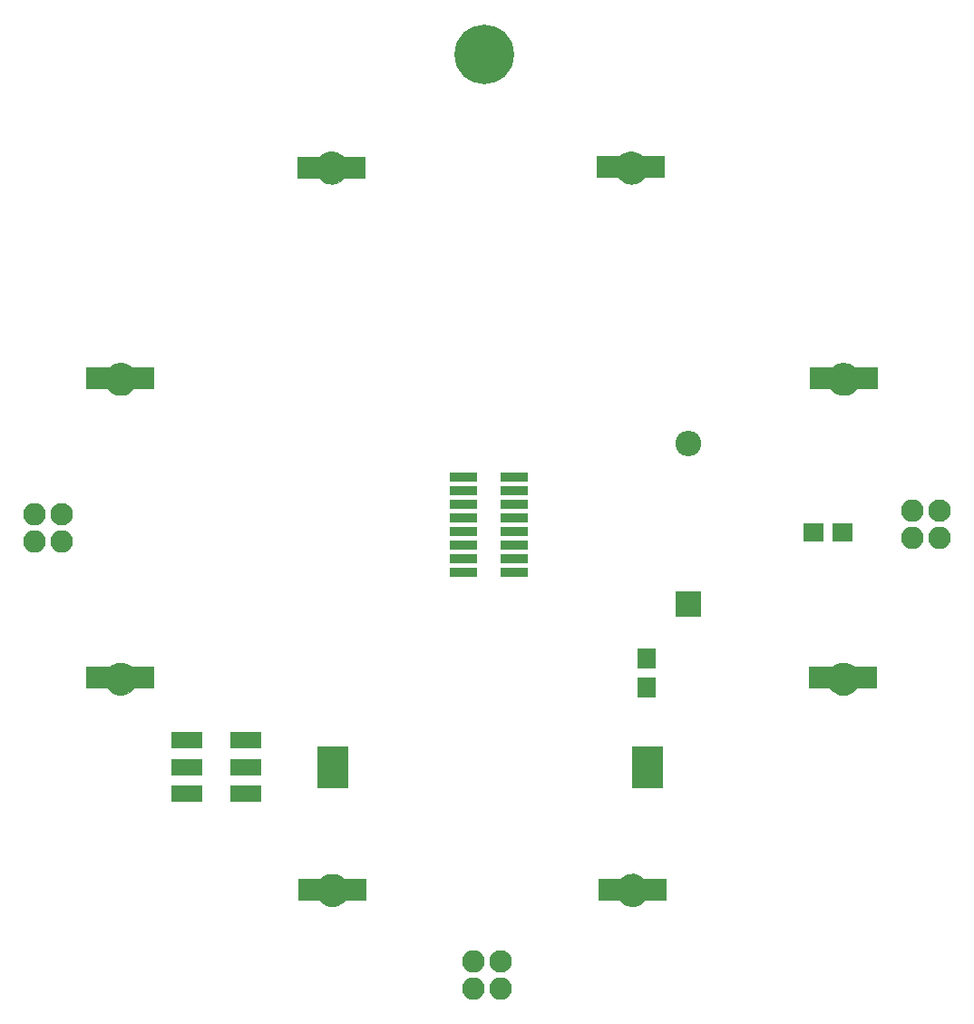
<source format=gbs>
G04 #@! TF.FileFunction,Soldermask,Bot*
%FSLAX46Y46*%
G04 Gerber Fmt 4.6, Leading zero omitted, Abs format (unit mm)*
G04 Created by KiCad (PCBNEW 4.0.7) date 07/18/18 17:21:38*
%MOMM*%
%LPD*%
G01*
G04 APERTURE LIST*
%ADD10C,0.100000*%
%ADD11C,0.010000*%
%ADD12C,5.547986*%
%ADD13R,2.940000X3.910000*%
%ADD14R,2.400000X2.100000*%
%ADD15R,1.700000X1.900000*%
%ADD16R,1.900000X1.700000*%
%ADD17R,2.400000X2.400000*%
%ADD18O,2.400000X2.400000*%
%ADD19R,2.584400X0.958800*%
%ADD20C,2.100000*%
%ADD21O,2.100000X2.100000*%
%ADD22R,2.900000X1.600000*%
G04 APERTURE END LIST*
D10*
D11*
G36*
X145511620Y-127447875D02*
X145690388Y-127468179D01*
X145837628Y-127503868D01*
X146065741Y-127599481D01*
X146274666Y-127727716D01*
X146459215Y-127884273D01*
X146614202Y-128064853D01*
X146718964Y-128234298D01*
X146817703Y-128467707D01*
X146876441Y-128706411D01*
X146895784Y-128946328D01*
X146876339Y-129183379D01*
X146818710Y-129413481D01*
X146723504Y-129632555D01*
X146591327Y-129836519D01*
X146458821Y-129986617D01*
X146314464Y-130118558D01*
X146175312Y-130219597D01*
X146029384Y-130297521D01*
X145904683Y-130346732D01*
X145675219Y-130410131D01*
X145453462Y-130436455D01*
X145228417Y-130426607D01*
X145124535Y-130410869D01*
X144895435Y-130348304D01*
X144679955Y-130248580D01*
X144482374Y-130115828D01*
X144306971Y-129954177D01*
X144158024Y-129767759D01*
X144039811Y-129560704D01*
X143956612Y-129337143D01*
X143938836Y-129266202D01*
X143913140Y-129085422D01*
X143909671Y-128887662D01*
X143927573Y-128689582D01*
X143965990Y-128507843D01*
X143980148Y-128462617D01*
X144079804Y-128233531D01*
X144214011Y-128026864D01*
X144379767Y-127845496D01*
X144574070Y-127692308D01*
X144793915Y-127570180D01*
X144987434Y-127496382D01*
X145144701Y-127461840D01*
X145324577Y-127445717D01*
X145511620Y-127447875D01*
X145511620Y-127447875D01*
G37*
X145511620Y-127447875D02*
X145690388Y-127468179D01*
X145837628Y-127503868D01*
X146065741Y-127599481D01*
X146274666Y-127727716D01*
X146459215Y-127884273D01*
X146614202Y-128064853D01*
X146718964Y-128234298D01*
X146817703Y-128467707D01*
X146876441Y-128706411D01*
X146895784Y-128946328D01*
X146876339Y-129183379D01*
X146818710Y-129413481D01*
X146723504Y-129632555D01*
X146591327Y-129836519D01*
X146458821Y-129986617D01*
X146314464Y-130118558D01*
X146175312Y-130219597D01*
X146029384Y-130297521D01*
X145904683Y-130346732D01*
X145675219Y-130410131D01*
X145453462Y-130436455D01*
X145228417Y-130426607D01*
X145124535Y-130410869D01*
X144895435Y-130348304D01*
X144679955Y-130248580D01*
X144482374Y-130115828D01*
X144306971Y-129954177D01*
X144158024Y-129767759D01*
X144039811Y-129560704D01*
X143956612Y-129337143D01*
X143938836Y-129266202D01*
X143913140Y-129085422D01*
X143909671Y-128887662D01*
X143927573Y-128689582D01*
X143965990Y-128507843D01*
X143980148Y-128462617D01*
X144079804Y-128233531D01*
X144214011Y-128026864D01*
X144379767Y-127845496D01*
X144574070Y-127692308D01*
X144793915Y-127570180D01*
X144987434Y-127496382D01*
X145144701Y-127461840D01*
X145324577Y-127445717D01*
X145511620Y-127447875D01*
G36*
X173696055Y-127466791D02*
X173706201Y-127468793D01*
X173941048Y-127536937D01*
X174159168Y-127641881D01*
X174356951Y-127780176D01*
X174530791Y-127948376D01*
X174677080Y-128143030D01*
X174792210Y-128360691D01*
X174867705Y-128579034D01*
X174890983Y-128706564D01*
X174902666Y-128858579D01*
X174902741Y-129018846D01*
X174891200Y-129171132D01*
X174868163Y-129298700D01*
X174786934Y-129529444D01*
X174670331Y-129742985D01*
X174522463Y-129935189D01*
X174347442Y-130101920D01*
X174149375Y-130239040D01*
X173932373Y-130342414D01*
X173784684Y-130389151D01*
X173707353Y-130404428D01*
X173608551Y-130417615D01*
X173500460Y-130427811D01*
X173395263Y-130434113D01*
X173305145Y-130435619D01*
X173242290Y-130431427D01*
X173234350Y-130429893D01*
X173190119Y-130420343D01*
X173122519Y-130406437D01*
X173075600Y-130397030D01*
X172908456Y-130347651D01*
X172733307Y-130267332D01*
X172561207Y-130162935D01*
X172403206Y-130041323D01*
X172270359Y-129909356D01*
X172248998Y-129883832D01*
X172116272Y-129695205D01*
X172020044Y-129499793D01*
X171957975Y-129290639D01*
X171927721Y-129060783D01*
X171923815Y-128917700D01*
X171925583Y-128797837D01*
X171930666Y-128707329D01*
X171940831Y-128633226D01*
X171957845Y-128562578D01*
X171983013Y-128483784D01*
X172083474Y-128250462D01*
X172214883Y-128042226D01*
X172373608Y-127861217D01*
X172556013Y-127709575D01*
X172758464Y-127589441D01*
X172977329Y-127502954D01*
X173208971Y-127452257D01*
X173449758Y-127439489D01*
X173696055Y-127466791D01*
X173696055Y-127466791D01*
G37*
X173696055Y-127466791D02*
X173706201Y-127468793D01*
X173941048Y-127536937D01*
X174159168Y-127641881D01*
X174356951Y-127780176D01*
X174530791Y-127948376D01*
X174677080Y-128143030D01*
X174792210Y-128360691D01*
X174867705Y-128579034D01*
X174890983Y-128706564D01*
X174902666Y-128858579D01*
X174902741Y-129018846D01*
X174891200Y-129171132D01*
X174868163Y-129298700D01*
X174786934Y-129529444D01*
X174670331Y-129742985D01*
X174522463Y-129935189D01*
X174347442Y-130101920D01*
X174149375Y-130239040D01*
X173932373Y-130342414D01*
X173784684Y-130389151D01*
X173707353Y-130404428D01*
X173608551Y-130417615D01*
X173500460Y-130427811D01*
X173395263Y-130434113D01*
X173305145Y-130435619D01*
X173242290Y-130431427D01*
X173234350Y-130429893D01*
X173190119Y-130420343D01*
X173122519Y-130406437D01*
X173075600Y-130397030D01*
X172908456Y-130347651D01*
X172733307Y-130267332D01*
X172561207Y-130162935D01*
X172403206Y-130041323D01*
X172270359Y-129909356D01*
X172248998Y-129883832D01*
X172116272Y-129695205D01*
X172020044Y-129499793D01*
X171957975Y-129290639D01*
X171927721Y-129060783D01*
X171923815Y-128917700D01*
X171925583Y-128797837D01*
X171930666Y-128707329D01*
X171940831Y-128633226D01*
X171957845Y-128562578D01*
X171983013Y-128483784D01*
X172083474Y-128250462D01*
X172214883Y-128042226D01*
X172373608Y-127861217D01*
X172556013Y-127709575D01*
X172758464Y-127589441D01*
X172977329Y-127502954D01*
X173208971Y-127452257D01*
X173449758Y-127439489D01*
X173696055Y-127466791D01*
G36*
X125894832Y-107742027D02*
X126133270Y-107800216D01*
X126355451Y-107897345D01*
X126560410Y-108032968D01*
X126747183Y-108206639D01*
X126790938Y-108255969D01*
X126859298Y-108348765D01*
X126931011Y-108467350D01*
X126998938Y-108597802D01*
X127055941Y-108726198D01*
X127094884Y-108838618D01*
X127100134Y-108859040D01*
X127137379Y-109103914D01*
X127134603Y-109345581D01*
X127094053Y-109580048D01*
X127017978Y-109803321D01*
X126908625Y-110011405D01*
X126768241Y-110200306D01*
X126599074Y-110366031D01*
X126403373Y-110504585D01*
X126183383Y-110611974D01*
X126096184Y-110643042D01*
X125975650Y-110672900D01*
X125832439Y-110694492D01*
X125680857Y-110706842D01*
X125535213Y-110708975D01*
X125409813Y-110699915D01*
X125367525Y-110692728D01*
X125120323Y-110620080D01*
X124893961Y-110512176D01*
X124691312Y-110371703D01*
X124515245Y-110201345D01*
X124368630Y-110003787D01*
X124254338Y-109781715D01*
X124188549Y-109589833D01*
X124165617Y-109468716D01*
X124153272Y-109321959D01*
X124151545Y-109164915D01*
X124160466Y-109012939D01*
X124180065Y-108881387D01*
X124187103Y-108851700D01*
X124213976Y-108767124D01*
X124253520Y-108664004D01*
X124298398Y-108561106D01*
X124311258Y-108534200D01*
X124358890Y-108443918D01*
X124409456Y-108365796D01*
X124471732Y-108288182D01*
X124554498Y-108199420D01*
X124592046Y-108161446D01*
X124685860Y-108070483D01*
X124763745Y-108003234D01*
X124837142Y-107951118D01*
X124917495Y-107905555D01*
X124964205Y-107882381D01*
X125132708Y-107809037D01*
X125286482Y-107760656D01*
X125441828Y-107733407D01*
X125615045Y-107723456D01*
X125641100Y-107723227D01*
X125894832Y-107742027D01*
X125894832Y-107742027D01*
G37*
X125894832Y-107742027D02*
X126133270Y-107800216D01*
X126355451Y-107897345D01*
X126560410Y-108032968D01*
X126747183Y-108206639D01*
X126790938Y-108255969D01*
X126859298Y-108348765D01*
X126931011Y-108467350D01*
X126998938Y-108597802D01*
X127055941Y-108726198D01*
X127094884Y-108838618D01*
X127100134Y-108859040D01*
X127137379Y-109103914D01*
X127134603Y-109345581D01*
X127094053Y-109580048D01*
X127017978Y-109803321D01*
X126908625Y-110011405D01*
X126768241Y-110200306D01*
X126599074Y-110366031D01*
X126403373Y-110504585D01*
X126183383Y-110611974D01*
X126096184Y-110643042D01*
X125975650Y-110672900D01*
X125832439Y-110694492D01*
X125680857Y-110706842D01*
X125535213Y-110708975D01*
X125409813Y-110699915D01*
X125367525Y-110692728D01*
X125120323Y-110620080D01*
X124893961Y-110512176D01*
X124691312Y-110371703D01*
X124515245Y-110201345D01*
X124368630Y-110003787D01*
X124254338Y-109781715D01*
X124188549Y-109589833D01*
X124165617Y-109468716D01*
X124153272Y-109321959D01*
X124151545Y-109164915D01*
X124160466Y-109012939D01*
X124180065Y-108881387D01*
X124187103Y-108851700D01*
X124213976Y-108767124D01*
X124253520Y-108664004D01*
X124298398Y-108561106D01*
X124311258Y-108534200D01*
X124358890Y-108443918D01*
X124409456Y-108365796D01*
X124471732Y-108288182D01*
X124554498Y-108199420D01*
X124592046Y-108161446D01*
X124685860Y-108070483D01*
X124763745Y-108003234D01*
X124837142Y-107951118D01*
X124917495Y-107905555D01*
X124964205Y-107882381D01*
X125132708Y-107809037D01*
X125286482Y-107760656D01*
X125441828Y-107733407D01*
X125615045Y-107723456D01*
X125641100Y-107723227D01*
X125894832Y-107742027D01*
G36*
X193278641Y-107731308D02*
X193437164Y-107756599D01*
X193591375Y-107803017D01*
X193757811Y-107874475D01*
X193776600Y-107883556D01*
X193867235Y-107931200D01*
X193945670Y-107981852D01*
X194023648Y-108044325D01*
X194112915Y-108127430D01*
X194148759Y-108162783D01*
X194240970Y-108257790D01*
X194309451Y-108337391D01*
X194363013Y-108413259D01*
X194410466Y-108497068D01*
X194429109Y-108534200D01*
X194501903Y-108697525D01*
X194550176Y-108845916D01*
X194577764Y-108995874D01*
X194588501Y-109163899D01*
X194589008Y-109222117D01*
X194581244Y-109406954D01*
X194556086Y-109567551D01*
X194509941Y-109719688D01*
X194439647Y-109878284D01*
X194308099Y-110096352D01*
X194146792Y-110285367D01*
X193958141Y-110443241D01*
X193744562Y-110567886D01*
X193554350Y-110643250D01*
X193411078Y-110678215D01*
X193247154Y-110700429D01*
X193077814Y-110709070D01*
X192918296Y-110703317D01*
X192792350Y-110684380D01*
X192550467Y-110608243D01*
X192330781Y-110498935D01*
X192135531Y-110360003D01*
X191966954Y-110194993D01*
X191827289Y-110007452D01*
X191718774Y-109800925D01*
X191643647Y-109578959D01*
X191604148Y-109345099D01*
X191602513Y-109102894D01*
X191640233Y-108859040D01*
X191671643Y-108760201D01*
X191721457Y-108641139D01*
X191782790Y-108515581D01*
X191848753Y-108397252D01*
X191912461Y-108299877D01*
X191935979Y-108269617D01*
X192115041Y-108086032D01*
X192314933Y-107938709D01*
X192533378Y-107828716D01*
X192768102Y-107757122D01*
X193016828Y-107724996D01*
X193099267Y-107723227D01*
X193278641Y-107731308D01*
X193278641Y-107731308D01*
G37*
X193278641Y-107731308D02*
X193437164Y-107756599D01*
X193591375Y-107803017D01*
X193757811Y-107874475D01*
X193776600Y-107883556D01*
X193867235Y-107931200D01*
X193945670Y-107981852D01*
X194023648Y-108044325D01*
X194112915Y-108127430D01*
X194148759Y-108162783D01*
X194240970Y-108257790D01*
X194309451Y-108337391D01*
X194363013Y-108413259D01*
X194410466Y-108497068D01*
X194429109Y-108534200D01*
X194501903Y-108697525D01*
X194550176Y-108845916D01*
X194577764Y-108995874D01*
X194588501Y-109163899D01*
X194589008Y-109222117D01*
X194581244Y-109406954D01*
X194556086Y-109567551D01*
X194509941Y-109719688D01*
X194439647Y-109878284D01*
X194308099Y-110096352D01*
X194146792Y-110285367D01*
X193958141Y-110443241D01*
X193744562Y-110567886D01*
X193554350Y-110643250D01*
X193411078Y-110678215D01*
X193247154Y-110700429D01*
X193077814Y-110709070D01*
X192918296Y-110703317D01*
X192792350Y-110684380D01*
X192550467Y-110608243D01*
X192330781Y-110498935D01*
X192135531Y-110360003D01*
X191966954Y-110194993D01*
X191827289Y-110007452D01*
X191718774Y-109800925D01*
X191643647Y-109578959D01*
X191604148Y-109345099D01*
X191602513Y-109102894D01*
X191640233Y-108859040D01*
X191671643Y-108760201D01*
X191721457Y-108641139D01*
X191782790Y-108515581D01*
X191848753Y-108397252D01*
X191912461Y-108299877D01*
X191935979Y-108269617D01*
X192115041Y-108086032D01*
X192314933Y-107938709D01*
X192533378Y-107828716D01*
X192768102Y-107757122D01*
X193016828Y-107724996D01*
X193099267Y-107723227D01*
X193278641Y-107731308D01*
G36*
X125765819Y-79759399D02*
X125858890Y-79762220D01*
X125930988Y-79768548D01*
X125992790Y-79779710D01*
X126054973Y-79797036D01*
X126117350Y-79818039D01*
X126350079Y-79921228D01*
X126558804Y-80058233D01*
X126740940Y-80226352D01*
X126893899Y-80422886D01*
X127015097Y-80645134D01*
X127083585Y-80827034D01*
X127105868Y-80906291D01*
X127120272Y-80980932D01*
X127128251Y-81063867D01*
X127131259Y-81168006D01*
X127131256Y-81250367D01*
X127129154Y-81372555D01*
X127123500Y-81465654D01*
X127112544Y-81542872D01*
X127094537Y-81617415D01*
X127073785Y-81684284D01*
X126995243Y-81880859D01*
X126893695Y-82056255D01*
X126761610Y-82222497D01*
X126689123Y-82298605D01*
X126498413Y-82462095D01*
X126290461Y-82587291D01*
X126063021Y-82675485D01*
X126008908Y-82690367D01*
X125837171Y-82720591D01*
X125646919Y-82731237D01*
X125456160Y-82722328D01*
X125282902Y-82693890D01*
X125264958Y-82689381D01*
X125033147Y-82607483D01*
X124820581Y-82488104D01*
X124626294Y-82330679D01*
X124593350Y-82298421D01*
X124463433Y-82156602D01*
X124363708Y-82020090D01*
X124286021Y-81876256D01*
X124230240Y-81735981D01*
X124166652Y-81491222D01*
X124144426Y-81245004D01*
X124163099Y-81001144D01*
X124222209Y-80763454D01*
X124321292Y-80535750D01*
X124389817Y-80420480D01*
X124542887Y-80224738D01*
X124726486Y-80057053D01*
X124937420Y-79919891D01*
X125172495Y-79815719D01*
X125173394Y-79815402D01*
X125241695Y-79792640D01*
X125302040Y-79776908D01*
X125364952Y-79766929D01*
X125440956Y-79761431D01*
X125540574Y-79759137D01*
X125641100Y-79758753D01*
X125765819Y-79759399D01*
X125765819Y-79759399D01*
G37*
X125765819Y-79759399D02*
X125858890Y-79762220D01*
X125930988Y-79768548D01*
X125992790Y-79779710D01*
X126054973Y-79797036D01*
X126117350Y-79818039D01*
X126350079Y-79921228D01*
X126558804Y-80058233D01*
X126740940Y-80226352D01*
X126893899Y-80422886D01*
X127015097Y-80645134D01*
X127083585Y-80827034D01*
X127105868Y-80906291D01*
X127120272Y-80980932D01*
X127128251Y-81063867D01*
X127131259Y-81168006D01*
X127131256Y-81250367D01*
X127129154Y-81372555D01*
X127123500Y-81465654D01*
X127112544Y-81542872D01*
X127094537Y-81617415D01*
X127073785Y-81684284D01*
X126995243Y-81880859D01*
X126893695Y-82056255D01*
X126761610Y-82222497D01*
X126689123Y-82298605D01*
X126498413Y-82462095D01*
X126290461Y-82587291D01*
X126063021Y-82675485D01*
X126008908Y-82690367D01*
X125837171Y-82720591D01*
X125646919Y-82731237D01*
X125456160Y-82722328D01*
X125282902Y-82693890D01*
X125264958Y-82689381D01*
X125033147Y-82607483D01*
X124820581Y-82488104D01*
X124626294Y-82330679D01*
X124593350Y-82298421D01*
X124463433Y-82156602D01*
X124363708Y-82020090D01*
X124286021Y-81876256D01*
X124230240Y-81735981D01*
X124166652Y-81491222D01*
X124144426Y-81245004D01*
X124163099Y-81001144D01*
X124222209Y-80763454D01*
X124321292Y-80535750D01*
X124389817Y-80420480D01*
X124542887Y-80224738D01*
X124726486Y-80057053D01*
X124937420Y-79919891D01*
X125172495Y-79815719D01*
X125173394Y-79815402D01*
X125241695Y-79792640D01*
X125302040Y-79776908D01*
X125364952Y-79766929D01*
X125440956Y-79761431D01*
X125540574Y-79759137D01*
X125641100Y-79758753D01*
X125765819Y-79759399D01*
G36*
X193437170Y-79777576D02*
X193648268Y-79834121D01*
X193814710Y-79905617D01*
X194032872Y-80042770D01*
X194219190Y-80206797D01*
X194372152Y-80395205D01*
X194490247Y-80605499D01*
X194571962Y-80835184D01*
X194615787Y-81081765D01*
X194623267Y-81239784D01*
X194603298Y-81493492D01*
X194544787Y-81732445D01*
X194449821Y-81953763D01*
X194320491Y-82154567D01*
X194158886Y-82331978D01*
X193967097Y-82483117D01*
X193747213Y-82605104D01*
X193586100Y-82668794D01*
X193456344Y-82700627D01*
X193300319Y-82720353D01*
X193132434Y-82727598D01*
X192967094Y-82721992D01*
X192818704Y-82703162D01*
X192760600Y-82690089D01*
X192526516Y-82607794D01*
X192317855Y-82494869D01*
X192135467Y-82355155D01*
X191980200Y-82192495D01*
X191852903Y-82010729D01*
X191754426Y-81813698D01*
X191685617Y-81605243D01*
X191647326Y-81389205D01*
X191640401Y-81169426D01*
X191665691Y-80949745D01*
X191724045Y-80734006D01*
X191816313Y-80526048D01*
X191943342Y-80329712D01*
X192105983Y-80148840D01*
X192183631Y-80079647D01*
X192310503Y-79988690D01*
X192462173Y-79903214D01*
X192621504Y-79831790D01*
X192771361Y-79782990D01*
X192781767Y-79780474D01*
X192991966Y-79749304D01*
X193214418Y-79748821D01*
X193437170Y-79777576D01*
X193437170Y-79777576D01*
G37*
X193437170Y-79777576D02*
X193648268Y-79834121D01*
X193814710Y-79905617D01*
X194032872Y-80042770D01*
X194219190Y-80206797D01*
X194372152Y-80395205D01*
X194490247Y-80605499D01*
X194571962Y-80835184D01*
X194615787Y-81081765D01*
X194623267Y-81239784D01*
X194603298Y-81493492D01*
X194544787Y-81732445D01*
X194449821Y-81953763D01*
X194320491Y-82154567D01*
X194158886Y-82331978D01*
X193967097Y-82483117D01*
X193747213Y-82605104D01*
X193586100Y-82668794D01*
X193456344Y-82700627D01*
X193300319Y-82720353D01*
X193132434Y-82727598D01*
X192967094Y-82721992D01*
X192818704Y-82703162D01*
X192760600Y-82690089D01*
X192526516Y-82607794D01*
X192317855Y-82494869D01*
X192135467Y-82355155D01*
X191980200Y-82192495D01*
X191852903Y-82010729D01*
X191754426Y-81813698D01*
X191685617Y-81605243D01*
X191647326Y-81389205D01*
X191640401Y-81169426D01*
X191665691Y-80949745D01*
X191724045Y-80734006D01*
X191816313Y-80526048D01*
X191943342Y-80329712D01*
X192105983Y-80148840D01*
X192183631Y-80079647D01*
X192310503Y-79988690D01*
X192462173Y-79903214D01*
X192621504Y-79831790D01*
X192771361Y-79782990D01*
X192781767Y-79780474D01*
X192991966Y-79749304D01*
X193214418Y-79748821D01*
X193437170Y-79777576D01*
G36*
X145454499Y-60026388D02*
X145639877Y-60052335D01*
X145823846Y-60106883D01*
X146003434Y-60184711D01*
X146206429Y-60306743D01*
X146388085Y-60462308D01*
X146543852Y-60646078D01*
X146669180Y-60852726D01*
X146756198Y-61066304D01*
X146810928Y-61306422D01*
X146825076Y-61547895D01*
X146800004Y-61786335D01*
X146737072Y-62017351D01*
X146637641Y-62236557D01*
X146503071Y-62439561D01*
X146334723Y-62621974D01*
X146251817Y-62693366D01*
X146052851Y-62826485D01*
X145833015Y-62925502D01*
X145598773Y-62988643D01*
X145356591Y-63014131D01*
X145127636Y-63002192D01*
X144906256Y-62956920D01*
X144703150Y-62879889D01*
X144512164Y-62767938D01*
X144327139Y-62617904D01*
X144267045Y-62560200D01*
X144174546Y-62464070D01*
X144105530Y-62381115D01*
X144050244Y-62298294D01*
X143998929Y-62202566D01*
X143997845Y-62200367D01*
X143924809Y-62037381D01*
X143876340Y-61889323D01*
X143848597Y-61739737D01*
X143837737Y-61572168D01*
X143837199Y-61512450D01*
X143844626Y-61330120D01*
X143868859Y-61171794D01*
X143913611Y-61021220D01*
X143982596Y-60862143D01*
X143988487Y-60850152D01*
X144117358Y-60635278D01*
X144275755Y-60449445D01*
X144460666Y-60294616D01*
X144669076Y-60172752D01*
X144897972Y-60085816D01*
X145144341Y-60035769D01*
X145253963Y-60026131D01*
X145454499Y-60026388D01*
X145454499Y-60026388D01*
G37*
X145454499Y-60026388D02*
X145639877Y-60052335D01*
X145823846Y-60106883D01*
X146003434Y-60184711D01*
X146206429Y-60306743D01*
X146388085Y-60462308D01*
X146543852Y-60646078D01*
X146669180Y-60852726D01*
X146756198Y-61066304D01*
X146810928Y-61306422D01*
X146825076Y-61547895D01*
X146800004Y-61786335D01*
X146737072Y-62017351D01*
X146637641Y-62236557D01*
X146503071Y-62439561D01*
X146334723Y-62621974D01*
X146251817Y-62693366D01*
X146052851Y-62826485D01*
X145833015Y-62925502D01*
X145598773Y-62988643D01*
X145356591Y-63014131D01*
X145127636Y-63002192D01*
X144906256Y-62956920D01*
X144703150Y-62879889D01*
X144512164Y-62767938D01*
X144327139Y-62617904D01*
X144267045Y-62560200D01*
X144174546Y-62464070D01*
X144105530Y-62381115D01*
X144050244Y-62298294D01*
X143998929Y-62202566D01*
X143997845Y-62200367D01*
X143924809Y-62037381D01*
X143876340Y-61889323D01*
X143848597Y-61739737D01*
X143837737Y-61572168D01*
X143837199Y-61512450D01*
X143844626Y-61330120D01*
X143868859Y-61171794D01*
X143913611Y-61021220D01*
X143982596Y-60862143D01*
X143988487Y-60850152D01*
X144117358Y-60635278D01*
X144275755Y-60449445D01*
X144460666Y-60294616D01*
X144669076Y-60172752D01*
X144897972Y-60085816D01*
X145144341Y-60035769D01*
X145253963Y-60026131D01*
X145454499Y-60026388D01*
G36*
X173636709Y-60059206D02*
X173873319Y-60129756D01*
X174088870Y-60236574D01*
X174281830Y-60378635D01*
X174450670Y-60554914D01*
X174593859Y-60764388D01*
X174653923Y-60878276D01*
X174741697Y-61106420D01*
X174789761Y-61339665D01*
X174799692Y-61573759D01*
X174773067Y-61804450D01*
X174711463Y-62027486D01*
X174616456Y-62238616D01*
X174489625Y-62433587D01*
X174332546Y-62608147D01*
X174146796Y-62758045D01*
X173933952Y-62879027D01*
X173907378Y-62891085D01*
X173724764Y-62954886D01*
X173522787Y-62996625D01*
X173318057Y-63013899D01*
X173127186Y-63004302D01*
X173126147Y-63004163D01*
X172988285Y-62981382D01*
X172868991Y-62950517D01*
X172749176Y-62905764D01*
X172641684Y-62856810D01*
X172437027Y-62735722D01*
X172256217Y-62582759D01*
X172102088Y-62402794D01*
X171977470Y-62200700D01*
X171885197Y-61981352D01*
X171828099Y-61749621D01*
X171809009Y-61510383D01*
X171811660Y-61428527D01*
X171845472Y-61183705D01*
X171916467Y-60956757D01*
X172025865Y-60745038D01*
X172174888Y-60545903D01*
X172262128Y-60452734D01*
X172453478Y-60289944D01*
X172663036Y-60165121D01*
X172888827Y-60079016D01*
X173128874Y-60032385D01*
X173380571Y-60025948D01*
X173636709Y-60059206D01*
X173636709Y-60059206D01*
G37*
X173636709Y-60059206D02*
X173873319Y-60129756D01*
X174088870Y-60236574D01*
X174281830Y-60378635D01*
X174450670Y-60554914D01*
X174593859Y-60764388D01*
X174653923Y-60878276D01*
X174741697Y-61106420D01*
X174789761Y-61339665D01*
X174799692Y-61573759D01*
X174773067Y-61804450D01*
X174711463Y-62027486D01*
X174616456Y-62238616D01*
X174489625Y-62433587D01*
X174332546Y-62608147D01*
X174146796Y-62758045D01*
X173933952Y-62879027D01*
X173907378Y-62891085D01*
X173724764Y-62954886D01*
X173522787Y-62996625D01*
X173318057Y-63013899D01*
X173127186Y-63004302D01*
X173126147Y-63004163D01*
X172988285Y-62981382D01*
X172868991Y-62950517D01*
X172749176Y-62905764D01*
X172641684Y-62856810D01*
X172437027Y-62735722D01*
X172256217Y-62582759D01*
X172102088Y-62402794D01*
X171977470Y-62200700D01*
X171885197Y-61981352D01*
X171828099Y-61749621D01*
X171809009Y-61510383D01*
X171811660Y-61428527D01*
X171845472Y-61183705D01*
X171916467Y-60956757D01*
X172025865Y-60745038D01*
X172174888Y-60545903D01*
X172262128Y-60452734D01*
X172453478Y-60289944D01*
X172663036Y-60165121D01*
X172888827Y-60079016D01*
X173128874Y-60032385D01*
X173380571Y-60025948D01*
X173636709Y-60059206D01*
D12*
X159593090Y-50917872D03*
D13*
X145454201Y-117511229D03*
X174814201Y-117511229D03*
D14*
X143452601Y-128933800D03*
X147452601Y-128933800D03*
X171424201Y-128933800D03*
X175424201Y-128933800D03*
X123640601Y-109113000D03*
X127640601Y-109113000D03*
X175276199Y-61422600D03*
X171276199Y-61422600D03*
X195154799Y-81167200D03*
X191154799Y-81167200D03*
X195095799Y-109137400D03*
X191095799Y-109137400D03*
X123613801Y-81210200D03*
X127613801Y-81210200D03*
X143341401Y-61522200D03*
X147341401Y-61522200D03*
D15*
X174794800Y-107371601D03*
X174794800Y-110071601D03*
D16*
X193008999Y-95534200D03*
X190308999Y-95534200D03*
D17*
X178615600Y-102258799D03*
D18*
X178615600Y-87258799D03*
D19*
X157671381Y-99286999D03*
X157671381Y-98016999D03*
X157671381Y-96746999D03*
X157671381Y-95476999D03*
X157671381Y-94206999D03*
X157671381Y-92936999D03*
X157671381Y-91666999D03*
X157671381Y-90396999D03*
X162395781Y-90396999D03*
X162395781Y-91666999D03*
X162395781Y-92936999D03*
X162395781Y-94206999D03*
X162395781Y-95476999D03*
X162395781Y-96746999D03*
X162395781Y-98016999D03*
X162395781Y-99286999D03*
D20*
X161149601Y-135585601D03*
D21*
X161149601Y-138125601D03*
X158609601Y-135585601D03*
X158609601Y-138125601D03*
D20*
X120149201Y-93828001D03*
D21*
X120149201Y-96368001D03*
X117609201Y-93828001D03*
X117609201Y-96368001D03*
D20*
X202135601Y-93523201D03*
D21*
X202135601Y-96063201D03*
X199595601Y-93523201D03*
X199595601Y-96063201D03*
D22*
X137357164Y-119975081D03*
X137357164Y-117475081D03*
X137357164Y-114975081D03*
X131857164Y-114975081D03*
X131857164Y-117475081D03*
X131857164Y-119975081D03*
M02*

</source>
